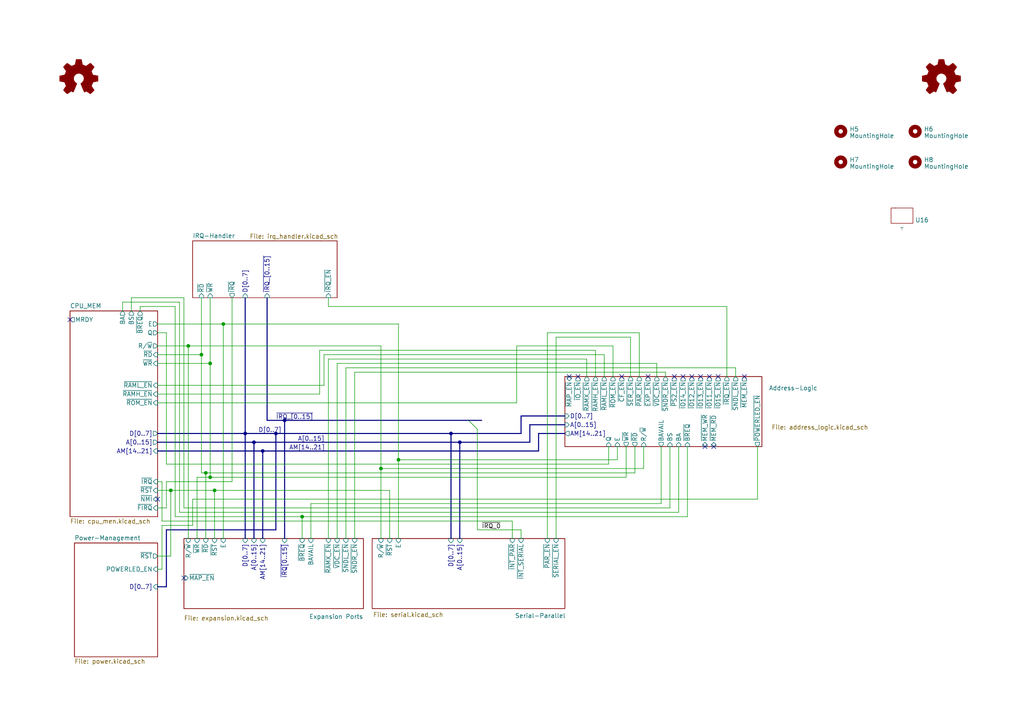
<source format=kicad_sch>
(kicad_sch (version 20231120) (generator "eeschema") (generator_version "8.0")
  (paper "A4")
  (lib_symbols
    (symbol "Graphic:Logo_Open_Hardware_Small" (in_bom no) (on_board no)
      (symbol "Logo_Open_Hardware_Small_0_1"
        (polyline (pts (xy 3.3528 -4.3434) (xy 3.302 -4.318) (xy 3.175 -4.2418) (xy 2.9972 -4.1148) (xy 2.7686 -3.9624) (xy 2.54 -3.81) (xy 2.3622 -3.7084) (xy 2.2352 -3.6068) (xy 2.1844 -3.5814) (xy 2.159 -3.6068) (xy 2.0574 -3.6576) (xy 1.905 -3.7338) (xy 1.8034 -3.7846) (xy 1.6764 -3.8354) (xy 1.6002 -3.8354) (xy 1.6002 -3.8354) (xy 1.5494 -3.7338) (xy 1.4732 -3.5306) (xy 1.3462 -3.302) (xy 1.2446 -3.0226) (xy 1.1176 -2.7178) (xy 0.9652 -2.413) (xy 0.8636 -2.1082) (xy 0.7366 -1.8288) (xy 0.6604 -1.6256) (xy 0.6096 -1.4732) (xy 0.5842 -1.397) (xy 0.5842 -1.397) (xy 0.6604 -1.3208) (xy 0.7874 -1.2446) (xy 1.0414 -1.016) (xy 1.2954 -0.6858) (xy 1.4478 -0.3302) (xy 1.524 0.0762) (xy 1.4732 0.4572) (xy 1.3208 0.8128) (xy 1.0668 1.143) (xy 0.762 1.3716) (xy 0.4064 1.524) (xy 0 1.5748) (xy -0.381 1.5494) (xy -0.7366 1.397) (xy -1.0668 1.143) (xy -1.2192 0.9906) (xy -1.397 0.6604) (xy -1.524 0.3048) (xy -1.524 0.2286) (xy -1.4986 -0.1778) (xy -1.397 -0.5334) (xy -1.1938 -0.8636) (xy -0.9144 -1.143) (xy -0.8636 -1.1684) (xy -0.7366 -1.27) (xy -0.635 -1.3462) (xy -0.5842 -1.397) (xy -1.0668 -2.5908) (xy -1.143 -2.794) (xy -1.2954 -3.1242) (xy -1.397 -3.4036) (xy -1.4986 -3.6322) (xy -1.5748 -3.7846) (xy -1.6002 -3.8354) (xy -1.6002 -3.8354) (xy -1.651 -3.8354) (xy -1.7272 -3.81) (xy -1.905 -3.7338) (xy -2.0066 -3.683) (xy -2.1336 -3.6068) (xy -2.2098 -3.5814) (xy -2.2606 -3.6068) (xy -2.3622 -3.683) (xy -2.54 -3.81) (xy -2.7686 -3.9624) (xy -2.9718 -4.0894) (xy -3.1496 -4.2164) (xy -3.302 -4.318) (xy -3.3528 -4.3434) (xy -3.3782 -4.3434) (xy -3.429 -4.318) (xy -3.5306 -4.2164) (xy -3.7084 -4.064) (xy -3.937 -3.8354) (xy -3.9624 -3.81) (xy -4.1656 -3.6068) (xy -4.318 -3.4544) (xy -4.4196 -3.3274) (xy -4.445 -3.2766) (xy -4.445 -3.2766) (xy -4.4196 -3.2258) (xy -4.318 -3.0734) (xy -4.2164 -2.8956) (xy -4.064 -2.667) (xy -3.6576 -2.0828) (xy -3.8862 -1.5494) (xy -3.937 -1.3716) (xy -4.0386 -1.1684) (xy -4.0894 -1.0414) (xy -4.1148 -0.9652) (xy -4.191 -0.9398) (xy -4.318 -0.9144) (xy -4.5466 -0.8636) (xy -4.8006 -0.8128) (xy -5.0546 -0.7874) (xy -5.2578 -0.7366) (xy -5.4356 -0.7112) (xy -5.5118 -0.6858) (xy -5.5118 -0.6858) (xy -5.5372 -0.635) (xy -5.5372 -0.5588) (xy -5.5372 -0.4318) (xy -5.5626 -0.2286) (xy -5.5626 0.0762) (xy -5.5626 0.127) (xy -5.5372 0.4064) (xy -5.5372 0.635) (xy -5.5372 0.762) (xy -5.5372 0.8382) (xy -5.5372 0.8382) (xy -5.461 0.8382) (xy -5.3086 0.889) (xy -5.08 0.9144) (xy -4.826 0.9652) (xy -4.8006 0.9906) (xy -4.5466 1.0414) (xy -4.318 1.0668) (xy -4.1656 1.1176) (xy -4.0894 1.143) (xy -4.0894 1.143) (xy -4.0386 1.2446) (xy -3.9624 1.4224) (xy -3.8608 1.6256) (xy -3.7846 1.8288) (xy -3.7084 2.0066) (xy -3.6576 2.159) (xy -3.6322 2.2098) (xy -3.6322 2.2098) (xy -3.683 2.286) (xy -3.7592 2.413) (xy -3.8862 2.5908) (xy -4.064 2.8194) (xy -4.064 2.8448) (xy -4.2164 3.0734) (xy -4.3434 3.2512) (xy -4.4196 3.3782) (xy -4.445 3.4544) (xy -4.445 3.4544) (xy -4.3942 3.5052) (xy -4.2926 3.6322) (xy -4.1148 3.81) (xy -3.937 4.0132) (xy -3.8608 4.064) (xy -3.6576 4.2926) (xy -3.5052 4.4196) (xy -3.4036 4.4958) (xy -3.3528 4.5212) (xy -3.3528 4.5212) (xy -3.302 4.4704) (xy -3.1496 4.3688) (xy -2.9718 4.2418) (xy -2.7432 4.0894) (xy -2.7178 4.0894) (xy -2.4892 3.937) (xy -2.3114 3.81) (xy -2.1844 3.7084) (xy -2.1336 3.683) (xy -2.1082 3.683) (xy -2.032 3.7084) (xy -1.8542 3.7592) (xy -1.6764 3.8354) (xy -1.4732 3.937) (xy -1.27 4.0132) (xy -1.143 4.064) (xy -1.0668 4.1148) (xy -1.0668 4.1148) (xy -1.0414 4.191) (xy -1.016 4.3434) (xy -0.9652 4.572) (xy -0.9144 4.8514) (xy -0.889 4.9022) (xy -0.8382 5.1562) (xy -0.8128 5.3848) (xy -0.7874 5.5372) (xy -0.762 5.588) (xy -0.7112 5.6134) (xy -0.5842 5.6134) (xy -0.4064 5.6134) (xy -0.1524 5.6134) (xy 0.0762 5.6134) (xy 0.3302 5.6134) (xy 0.5334 5.6134) (xy 0.6858 5.588) (xy 0.7366 5.588) (xy 0.7366 5.588) (xy 0.762 5.5118) (xy 0.8128 5.334) (xy 0.8382 5.1054) (xy 0.9144 4.826) (xy 0.9144 4.7752) (xy 0.9652 4.5212) (xy 1.016 4.2926) (xy 1.0414 4.1402) (xy 1.0668 4.0894) (xy 1.0668 4.0894) (xy 1.1938 4.0386) (xy 1.3716 3.9624) (xy 1.5748 3.8608) (xy 2.0828 3.6576) (xy 2.7178 4.0894) (xy 2.7686 4.1402) (xy 2.9972 4.2926) (xy 3.175 4.4196) (xy 3.302 4.4958) (xy 3.3782 4.5212) (xy 3.3782 4.5212) (xy 3.429 4.4704) (xy 3.556 4.3434) (xy 3.7338 4.191) (xy 3.9116 3.9878) (xy 4.064 3.8354) (xy 4.2418 3.6576) (xy 4.3434 3.556) (xy 4.4196 3.4798) (xy 4.4196 3.429) (xy 4.4196 3.4036) (xy 4.3942 3.3274) (xy 4.2926 3.2004) (xy 4.1656 2.9972) (xy 4.0132 2.794) (xy 3.8862 2.5908) (xy 3.7592 2.3876) (xy 3.6576 2.2352) (xy 3.6322 2.159) (xy 3.6322 2.1336) (xy 3.683 2.0066) (xy 3.7592 1.8288) (xy 3.8608 1.6002) (xy 4.064 1.1176) (xy 4.3942 1.0414) (xy 4.5974 1.016) (xy 4.8768 0.9652) (xy 5.1308 0.9144) (xy 5.5372 0.8382) (xy 5.5626 -0.6604) (xy 5.4864 -0.6858) (xy 5.4356 -0.6858) (xy 5.2832 -0.7366) (xy 5.0546 -0.762) (xy 4.8006 -0.8128) (xy 4.5974 -0.8636) (xy 4.3688 -0.9144) (xy 4.2164 -0.9398) (xy 4.1402 -0.9398) (xy 4.1148 -0.9652) (xy 4.064 -1.0668) (xy 3.9878 -1.2446) (xy 3.9116 -1.4478) (xy 3.81 -1.651) (xy 3.7338 -1.8542) (xy 3.683 -2.0066) (xy 3.6576 -2.0828) (xy 3.683 -2.1336) (xy 3.7846 -2.2606) (xy 3.8862 -2.4638) (xy 4.0386 -2.667) (xy 4.191 -2.8956) (xy 4.318 -3.0734) (xy 4.3942 -3.2004) (xy 4.445 -3.2766) (xy 4.4196 -3.3274) (xy 4.3434 -3.429) (xy 4.1656 -3.5814) (xy 3.937 -3.8354) (xy 3.8862 -3.8608) (xy 3.683 -4.064) (xy 3.5306 -4.2164) (xy 3.4036 -4.318) (xy 3.3528 -4.3434)) (fill (type outline)))
      )
    )
    (symbol "Mechanical:MountingHole" (pin_names (offset 1.016))
      (property "Reference" "H" (at 0 5.08 0))
      (property "Value" "MountingHole" (at 0 3.175 0))
      (symbol "MountingHole_0_1"
        (circle (center 0 0) (radius 1.27) (stroke (width 1.27)))
      )
    )
    (symbol "motherboard:mITX"
      (property "Reference" "U" (at 0 0 0))
      (symbol "mITX_0_1"
        (rectangle (start -3.175 5.715) (end 3.175 1.27))
        (rectangle (start -1.905 5.715) (end -1.905 5.715))
        (rectangle (start -1.905 5.715) (end -1.905 5.715))
        (rectangle (start 0 -0.635) (end 0 -0.635))
        (rectangle (start 0 -0.635) (end 0 -0.635))
      )
    )
  )
  (junction (at 87.63 149.86))
  (junction (at 76.2 130.81))
  (junction (at 58.42 102.87))
  (junction (at 133.35 128.27))
  (junction (at 60.96 105.41))
  (junction (at 71.12 125.73))
  (junction (at 54.61 100.33))
  (junction (at 60.96 138.43))
  (junction (at 59.69 137.16))
  (junction (at 64.77 93.98))
  (junction (at 62.23 142.24))
  (junction (at 115.57 133.35))
  (junction (at 110.49 135.89))
  (junction (at 130.81 125.73))
  (junction (at 49.53 142.24))
  (junction (at 82.55 121.92))
  (junction (at 73.66 128.27))
  (junction (at 80.01 125.73))
  (no_connect (at 45.72 144.78))
  (no_connect (at 215.9 109.22))
  (no_connect (at 204.47 129.54))
  (no_connect (at 203.2 109.22))
  (no_connect (at 165.1 109.22))
  (no_connect (at 205.74 109.22))
  (no_connect (at 187.96 109.22))
  (no_connect (at 207.01 129.54))
  (no_connect (at 167.64 109.22))
  (no_connect (at 180.34 109.22))
  (no_connect (at 208.28 109.22))
  (no_connect (at 20.32 92.71))
  (no_connect (at 53.34 167.64))
  (no_connect (at 198.12 109.22))
  (no_connect (at 200.66 109.22))
  (no_connect (at 195.58 109.22))
  (bus_entry (at 135.89 121.92) (size 2.54 2.54))
  (wire (pts (xy 45.72 114.3) (xy 92.71 114.3)))
  (wire (pts (xy 54.61 100.33) (xy 54.61 156.21)))
  (bus (pts (xy 82.55 121.92) (xy 135.89 121.92)))
  (wire (pts (xy 64.77 93.98) (xy 64.77 156.21)))
  (wire (pts (xy 110.49 135.89) (xy 110.49 156.21)))
  (wire (pts (xy 57.15 156.21) (xy 57.15 138.43)))
  (wire (pts (xy 179.07 133.35) (xy 179.07 129.54)))
  (wire (pts (xy 48.26 96.52) (xy 48.26 134.62)))
  (wire (pts (xy 45.72 102.87) (xy 58.42 102.87)))
  (wire (pts (xy 193.04 107.95) (xy 193.04 109.22)))
  (wire (pts (xy 45.72 100.33) (xy 54.61 100.33)))
  (wire (pts (xy 38.1 90.17) (xy 38.1 86.36)))
  (bus (pts (xy 80.01 125.73) (xy 130.81 125.73)))
  (wire (pts (xy 219.71 144.78) (xy 55.88 144.78)))
  (wire (pts (xy 172.72 101.6) (xy 172.72 109.22)))
  (wire (pts (xy 60.96 105.41) (xy 60.96 138.43)))
  (wire (pts (xy 158.75 156.21) (xy 158.75 96.52)))
  (wire (pts (xy 185.42 96.52) (xy 185.42 109.22)))
  (wire (pts (xy 90.17 146.05) (xy 90.17 156.21)))
  (wire (pts (xy 46.99 165.1) (xy 45.72 165.1)))
  (wire (pts (xy 53.34 147.32) (xy 194.31 147.32)))
  (wire (pts (xy 45.72 116.84) (xy 149.86 116.84)))
  (bus (pts (xy 156.21 125.73) (xy 156.21 130.81)))
  (bus (pts (xy 133.35 128.27) (xy 133.35 156.21)))
  (wire (pts (xy 45.72 161.29) (xy 49.53 161.29)))
  (wire (pts (xy 158.75 96.52) (xy 185.42 96.52)))
  (bus (pts (xy 135.89 121.92) (xy 139.7 121.92)))
  (wire (pts (xy 213.36 106.68) (xy 213.36 109.22)))
  (bus (pts (xy 130.81 125.73) (xy 130.81 156.21)))
  (wire (pts (xy 191.77 129.54) (xy 191.77 146.05)))
  (bus (pts (xy 77.47 121.92) (xy 82.55 121.92)))
  (wire (pts (xy 52.07 148.59) (xy 52.07 87.63)))
  (bus (pts (xy 73.66 128.27) (xy 73.66 156.21)))
  (wire (pts (xy 60.96 86.36) (xy 60.96 105.41)))
  (wire (pts (xy 45.72 147.32) (xy 48.26 147.32)))
  (bus (pts (xy 163.83 125.73) (xy 156.21 125.73)))
  (wire (pts (xy 194.31 147.32) (xy 194.31 129.54)))
  (wire (pts (xy 46.99 152.4) (xy 46.99 165.1)))
  (bus (pts (xy 45.72 130.81) (xy 76.2 130.81)))
  (wire (pts (xy 54.61 100.33) (xy 110.49 100.33)))
  (wire (pts (xy 38.1 86.36) (xy 53.34 86.36)))
  (wire (pts (xy 97.79 156.21) (xy 97.79 105.41)))
  (wire (pts (xy 149.86 116.84) (xy 149.86 100.33)))
  (wire (pts (xy 196.85 129.54) (xy 196.85 148.59)))
  (wire (pts (xy 45.72 96.52) (xy 48.26 96.52)))
  (bus (pts (xy 73.66 128.27) (xy 133.35 128.27)))
  (bus (pts (xy 76.2 130.81) (xy 76.2 156.21)))
  (bus (pts (xy 133.35 128.27) (xy 153.67 128.27)))
  (wire (pts (xy 175.26 102.87) (xy 175.26 109.22)))
  (wire (pts (xy 50.8 149.86) (xy 87.63 149.86)))
  (wire (pts (xy 58.42 86.36) (xy 58.42 102.87)))
  (wire (pts (xy 177.8 100.33) (xy 177.8 109.22)))
  (wire (pts (xy 97.79 105.41) (xy 190.5 105.41)))
  (wire (pts (xy 110.49 135.89) (xy 186.69 135.89)))
  (bus (pts (xy 80.01 153.67) (xy 48.26 153.67)))
  (wire (pts (xy 190.5 105.41) (xy 190.5 109.22)))
  (wire (pts (xy 138.43 153.67) (xy 151.13 153.67)))
  (bus (pts (xy 45.72 128.27) (xy 73.66 128.27)))
  (wire (pts (xy 40.64 88.9) (xy 50.8 88.9)))
  (wire (pts (xy 49.53 161.29) (xy 49.53 142.24)))
  (wire (pts (xy 100.33 106.68) (xy 213.36 106.68)))
  (wire (pts (xy 210.82 88.9) (xy 210.82 109.22)))
  (bus (pts (xy 151.13 120.65) (xy 151.13 125.73)))
  (wire (pts (xy 92.71 114.3) (xy 92.71 101.6)))
  (wire (pts (xy 100.33 156.21) (xy 100.33 106.68)))
  (wire (pts (xy 48.26 139.7) (xy 67.31 139.7)))
  (wire (pts (xy 191.77 146.05) (xy 90.17 146.05)))
  (bus (pts (xy 71.12 125.73) (xy 45.72 125.73)))
  (wire (pts (xy 219.71 129.54) (xy 219.71 144.78)))
  (wire (pts (xy 55.88 144.78) (xy 55.88 152.4)))
  (wire (pts (xy 93.98 111.76) (xy 93.98 102.87)))
  (wire (pts (xy 62.23 142.24) (xy 113.03 142.24)))
  (bus (pts (xy 71.12 86.36) (xy 71.12 125.73)))
  (wire (pts (xy 184.15 129.54) (xy 184.15 137.16)))
  (wire (pts (xy 182.88 97.79) (xy 182.88 109.22)))
  (wire (pts (xy 52.07 87.63) (xy 35.56 87.63)))
  (bus (pts (xy 163.83 120.65) (xy 151.13 120.65)))
  (wire (pts (xy 49.53 142.24) (xy 45.72 142.24)))
  (bus (pts (xy 151.13 125.73) (xy 130.81 125.73)))
  (wire (pts (xy 110.49 100.33) (xy 110.49 135.89)))
  (wire (pts (xy 170.18 104.14) (xy 170.18 109.22)))
  (bus (pts (xy 71.12 125.73) (xy 80.01 125.73)))
  (bus (pts (xy 153.67 123.19) (xy 163.83 123.19)))
  (bus (pts (xy 153.67 128.27) (xy 153.67 123.19)))
  (wire (pts (xy 57.15 138.43) (xy 60.96 138.43)))
  (wire (pts (xy 64.77 93.98) (xy 115.57 93.98)))
  (wire (pts (xy 115.57 133.35) (xy 179.07 133.35)))
  (wire (pts (xy 102.87 156.21) (xy 102.87 107.95)))
  (wire (pts (xy 67.31 139.7) (xy 67.31 86.36)))
  (wire (pts (xy 138.43 124.46) (xy 138.43 153.67)))
  (wire (pts (xy 149.86 100.33) (xy 177.8 100.33)))
  (wire (pts (xy 115.57 133.35) (xy 115.57 156.21)))
  (wire (pts (xy 46.99 139.7) (xy 46.99 151.13)))
  (wire (pts (xy 48.26 134.62) (xy 176.53 134.62)))
  (wire (pts (xy 95.25 88.9) (xy 210.82 88.9)))
  (bus (pts (xy 71.12 125.73) (xy 71.12 156.21)))
  (wire (pts (xy 102.87 107.95) (xy 193.04 107.95)))
  (wire (pts (xy 45.72 139.7) (xy 46.99 139.7)))
  (wire (pts (xy 161.29 97.79) (xy 182.88 97.79)))
  (wire (pts (xy 60.96 138.43) (xy 181.61 138.43)))
  (wire (pts (xy 59.69 137.16) (xy 184.15 137.16)))
  (wire (pts (xy 59.69 137.16) (xy 59.69 156.21)))
  (wire (pts (xy 93.98 102.87) (xy 175.26 102.87)))
  (wire (pts (xy 62.23 156.21) (xy 62.23 142.24)))
  (wire (pts (xy 113.03 156.21) (xy 113.03 142.24)))
  (bus (pts (xy 48.26 153.67) (xy 48.26 170.18)))
  (wire (pts (xy 45.72 105.41) (xy 60.96 105.41)))
  (bus (pts (xy 76.2 130.81) (xy 156.21 130.81)))
  (wire (pts (xy 35.56 87.63) (xy 35.56 90.17)))
  (wire (pts (xy 176.53 134.62) (xy 176.53 129.54)))
  (wire (pts (xy 40.64 90.17) (xy 40.64 88.9)))
  (wire (pts (xy 92.71 101.6) (xy 172.72 101.6)))
  (wire (pts (xy 95.25 156.21) (xy 95.25 104.14)))
  (wire (pts (xy 58.42 102.87) (xy 58.42 137.16)))
  (wire (pts (xy 87.63 149.86) (xy 87.63 156.21)))
  (wire (pts (xy 53.34 86.36) (xy 53.34 147.32)))
  (wire (pts (xy 46.99 151.13) (xy 148.59 151.13)))
  (wire (pts (xy 62.23 142.24) (xy 49.53 142.24)))
  (wire (pts (xy 95.25 104.14) (xy 170.18 104.14)))
  (bus (pts (xy 82.55 121.92) (xy 82.55 156.21)))
  (wire (pts (xy 48.26 147.32) (xy 48.26 139.7)))
  (wire (pts (xy 55.88 152.4) (xy 46.99 152.4)))
  (wire (pts (xy 161.29 156.21) (xy 161.29 97.79)))
  (wire (pts (xy 45.72 93.98) (xy 64.77 93.98)))
  (bus (pts (xy 77.47 86.36) (xy 77.47 121.92)))
  (wire (pts (xy 151.13 153.67) (xy 151.13 156.21)))
  (wire (pts (xy 186.69 135.89) (xy 186.69 129.54)))
  (wire (pts (xy 58.42 137.16) (xy 59.69 137.16)))
  (wire (pts (xy 196.85 148.59) (xy 52.07 148.59)))
  (wire (pts (xy 45.72 111.76) (xy 93.98 111.76)))
  (wire (pts (xy 115.57 93.98) (xy 115.57 133.35)))
  (wire (pts (xy 148.59 151.13) (xy 148.59 156.21)))
  (wire (pts (xy 95.25 86.36) (xy 95.25 88.9)))
  (wire (pts (xy 50.8 88.9) (xy 50.8 149.86)))
  (bus (pts (xy 80.01 125.73) (xy 80.01 153.67)))
  (bus (pts (xy 48.26 170.18) (xy 45.72 170.18)))
  (wire (pts (xy 181.61 138.43) (xy 181.61 129.54)))
  (wire (pts (xy 87.63 149.86) (xy 199.39 149.86)))
  (wire (pts (xy 199.39 149.86) (xy 199.39 129.54)))
  (label "~{IRQ_0}" (at 139.7 153.67 0))
  (label "D[0..7]" (at 74.93 125.73 0))
  (label "AM[14..21]" (at 83.82 130.81 0))
  (label "~{IRQ_[0..15]}" (at 80.01 121.92 0))
  (label "A[0..15]" (at 86.36 128.27 0))
  (symbol (lib_id "motherboard:mITX") (at 261.62 66.04 0) (unit 1)
    (property "Reference" "U16" (at 265.43 63.8168 0) (effects (justify left)))
    (property "Value" "~" (at 261.62 66.04 0))
    (property "Footprint" "motherboard:mITX" (effects (hide yes)))
  )
  (symbol (lib_id "Mechanical:MountingHole") (at 243.84 46.99 0) (unit 1)
    (property "Reference" "H7" (at 246.38 46.3463 0) (effects (justify left)))
    (property "Value" "MountingHole" (at 246.38 48.2673 0) (effects (justify left)))
    (property "Footprint" "MountingHole:MountingHole_3.2mm_M3_ISO7380" (effects (hide yes)))
  )
  (symbol (lib_id "Graphic:Logo_Open_Hardware_Small") (at 22.86 22.86 0) (unit 1) (in_bom no) (on_board no)
    (property "Reference" "#SYM1" (effects (hide yes)))
    (property "Value" "Logo_Open_Hardware_Small" (effects (hide yes)))
    (property "Description" "Open Hardware logo, small" (effects (hide yes)))
    (property "Sim.Enable" "0" (effects (hide yes)))
  )
  (symbol (lib_id "Mechanical:MountingHole") (at 243.84 38.1 0) (unit 1)
    (property "Reference" "H5" (at 246.38 37.4563 0) (effects (justify left)))
    (property "Value" "MountingHole" (at 246.38 39.3773 0) (effects (justify left)))
    (property "Footprint" "MountingHole:MountingHole_3.2mm_M3_ISO7380" (effects (hide yes)))
  )
  (symbol (lib_id "Graphic:Logo_Open_Hardware_Small") (at 273.05 22.86 0) (unit 1) (in_bom no) (on_board no)
    (property "Reference" "#SYM2" (effects (hide yes)))
    (property "Value" "Logo_Open_Hardware_Small" (effects (hide yes)))
    (property "Description" "Open Hardware logo, small" (effects (hide yes)))
    (property "Sim.Enable" "0" (effects (hide yes)))
  )
  (symbol (lib_id "Mechanical:MountingHole") (at 265.43 46.99 0) (unit 1)
    (property "Reference" "H8" (at 267.97 46.3463 0) (effects (justify left)))
    (property "Value" "MountingHole" (at 267.97 48.2673 0) (effects (justify left)))
    (property "Footprint" "MountingHole:MountingHole_3.2mm_M3_ISO7380" (effects (hide yes)))
  )
  (symbol (lib_id "Mechanical:MountingHole") (at 265.43 38.1 0) (unit 1)
    (property "Reference" "H6" (at 267.97 37.4563 0) (effects (justify left)))
    (property "Value" "MountingHole" (at 267.97 39.3773 0) (effects (justify left)))
    (property "Footprint" "MountingHole:MountingHole_3.2mm_M3_ISO7380" (effects (hide yes)))
  )
  (sheet (at 21.59 157.48) (size 24.13 33.02) (stroke (width 0.1524))
    (property "Sheetname" "Power-Management" (at 21.59 156.7684 0) (effects (justify left bottom)))
    (property "Sheetfile" "power.kicad_sch" (at 21.59 191.0846 0) (effects (justify left top)))
    (pin "~{RST}" output (at 45.72 161.29 0))
    (pin "POWERLED_EN" input (at 45.72 165.1 0))
    (pin "D[0..7]" input (at 45.72 170.18 0))
  )
  (sheet (at 107.95 156.21) (size 55.88 20.32) (stroke (width 0.1524))
    (property "Sheetname" "Serial-Parallel" (at 149.352 179.324 0) (effects (justify left bottom)))
    (property "Sheetfile" "serial.kicad_sch" (at 108.204 177.546 0) (effects (justify left top)))
    (pin "R{slash}~{W}" input (at 110.49 156.21 90))
    (pin "~{RST}" input (at 113.03 156.21 90))
    (pin "~{SERIAL_EN}" input (at 161.29 156.21 90))
    (pin "E" input (at 115.57 156.21 90))
    (pin "~{INT_PAR}" input (at 148.59 156.21 90))
    (pin "~{PAR_EN}" input (at 158.75 156.21 90))
    (pin "A[0..15]" input (at 133.35 156.21 90))
    (pin "D[0..7]" input (at 130.81 156.21 90))
    (pin "~{INT_SERIAL}" input (at 151.13 156.21 90))
  )
  (sheet (at 163.83 109.22) (size 57.15 20.32) (stroke (width 0.1524))
    (property "Sheetname" "Address-Logic" (at 223.012 113.284 0) (effects (justify left bottom)))
    (property "Sheetfile" "address_logic.kicad_sch" (at 223.774 123.19 0) (effects (justify left top)))
    (pin "AM[14..21]" output (at 163.83 125.73 180))
    (pin "~{MEM_EN}" output (at 215.9 109.22 90))
    (pin "~{SNDL_EN}" output (at 213.36 109.22 90))
    (pin "~{IRQ_EN}" output (at 210.82 109.22 90))
    (pin "~{IO15_EN}" output (at 208.28 109.22 90))
    (pin "~{IO11_EN}" output (at 205.74 109.22 90))
    (pin "~{IO13_EN}" output (at 203.2 109.22 90))
    (pin "~{IO12_EN}" output (at 200.66 109.22 90))
    (pin "~{IO14_EN}" output (at 198.12 109.22 90))
    (pin "~{PS2_EN}" output (at 195.58 109.22 90))
    (pin "~{SNDR_EN}" output (at 193.04 109.22 90))
    (pin "~{VDC_EN}" output (at 190.5 109.22 90))
    (pin "~{EXP_EN}" output (at 187.96 109.22 90))
    (pin "~{PAR_EN}" output (at 185.42 109.22 90))
    (pin "~{SER_EN}" output (at 182.88 109.22 90))
    (pin "~{CF_EN}" output (at 180.34 109.22 90))
    (pin "~{WR}" output (at 181.61 129.54 270))
    (pin "BAVAIL" output (at 191.77 129.54 270))
    (pin "~{RD}" output (at 184.15 129.54 270))
    (pin "BS" input (at 194.31 129.54 270))
    (pin "BA" input (at 196.85 129.54 270))
    (pin "R{slash}~{W}" input (at 186.69 129.54 270))
    (pin "~{BREQ}" input (at 199.39 129.54 270))
    (pin "Q" input (at 176.53 129.54 270))
    (pin "E" input (at 179.07 129.54 270))
    (pin "D[0..7]" input (at 163.83 120.65 180))
    (pin "A[0..15]" input (at 163.83 123.19 180))
    (pin "~{ROM_EN}" output (at 177.8 109.22 90))
    (pin "~{RAML_EN}" output (at 175.26 109.22 90))
    (pin "~{RAMH_EN}" output (at 172.72 109.22 90))
    (pin "~{RAMX_EN}" output (at 170.18 109.22 90))
    (pin "~{IO_EN}" output (at 167.64 109.22 90))
    (pin "~{MEM_WR}" input (at 204.47 129.54 270))
    (pin "~{MEM_RD}" input (at 207.01 129.54 270))
    (pin "~{MAP_EN}" input (at 165.1 109.22 90))
    (pin "~{POWERLED_EN}" output (at 219.71 129.54 270))
  )
  (sheet (at 53.34 156.21) (size 52.07 20.32) (stroke (width 0.1524))
    (property "Sheetname" "Expansion Ports" (at 89.662 179.578 0) (effects (justify left bottom)))
    (property "Sheetfile" "expansion.kicad_sch" (at 53.34 178.562 0) (effects (justify left top)))
    (pin "~{WR}" input (at 57.15 156.21 90))
    (pin "~{RD}" input (at 59.69 156.21 90))
    (pin "~{SNDR_EN}" input (at 102.87 156.21 90))
    (pin "~{SNDL_EN}" input (at 100.33 156.21 90))
    (pin "~{VDC_EN}" input (at 97.79 156.21 90))
    (pin "~{RAMX_EN}" input (at 95.25 156.21 90))
    (pin "BAVAIL" input (at 90.17 156.21 90))
    (pin "~{RST}" input (at 62.23 156.21 90))
    (pin "E" input (at 64.77 156.21 90))
    (pin "D[0..7]" input (at 71.12 156.21 90))
    (pin "A[0..15]" input (at 73.66 156.21 90))
    (pin "~{BREQ}" input (at 87.63 156.21 90))
    (pin "~{IRQ[0..15]}" input (at 82.55 156.21 90))
    (pin "AM[14..21]" input (at 76.2 156.21 90))
    (pin "~{MAP_EN}" input (at 53.34 167.64 180))
    (pin "R{slash}~{W}" input (at 54.61 156.21 90))
  )
  (sheet (at 55.88 69.85) (size 41.91 16.51) (stroke (width 0.1524))
    (property "Sheetname" "IRQ-Handler" (at 55.88 69.1384 0) (effects (justify left bottom)))
    (property "Sheetfile" "irq_handler.kicad_sch" (at 72.39 67.818 0) (effects (justify left top)))
    (pin "~{IRQ_[0..15]}" input (at 77.47 86.36 270))
    (pin "~{IRQ_EN}" input (at 95.25 86.36 270))
    (pin "~{IRQ}" output (at 67.31 86.36 270))
    (pin "D[0..7]" input (at 71.12 86.36 270))
    (pin "~{RD}" input (at 58.42 86.36 270))
    (pin "~{WR}" input (at 60.96 86.36 270))
  )
  (sheet (at 20.32 90.17) (size 25.4 59.69) (stroke (width 0.1524))
    (property "Sheetname" "CPU_MEM" (at 20.32 89.4584 0) (effects (justify left bottom)))
    (property "Sheetfile" "cpu_men.kicad_sch" (at 20.32 150.4446 0) (effects (justify left top)))
    (pin "BA" output (at 35.56 90.17 90))
    (pin "BS" output (at 38.1 90.17 90))
    (pin "MRDY" output (at 20.32 92.71 180))
    (pin "~{BREQ}" output (at 40.64 90.17 90))
    (pin "~{FIRQ}" input (at 45.72 147.32 0))
    (pin "~{NMI}" input (at 45.72 144.78 0))
    (pin "~{RST}" input (at 45.72 142.24 0))
    (pin "~{IRQ}" input (at 45.72 139.7 0))
    (pin "AM[14..21]" input (at 45.72 130.81 0))
    (pin "A[0..15]" output (at 45.72 128.27 0))
    (pin "D[0..7]" output (at 45.72 125.73 0))
    (pin "R{slash}~{W}" output (at 45.72 100.33 0))
    (pin "~{RAML_EN}" input (at 45.72 111.76 0))
    (pin "~{RAMH_EN}" input (at 45.72 114.3 0))
    (pin "~{ROM_EN}" input (at 45.72 116.84 0))
    (pin "~{RD}" input (at 45.72 102.87 0))
    (pin "~{WR}" input (at 45.72 105.41 0))
    (pin "E" output (at 45.72 93.98 0))
    (pin "Q" output (at 45.72 96.52 0))
  )
)
</source>
